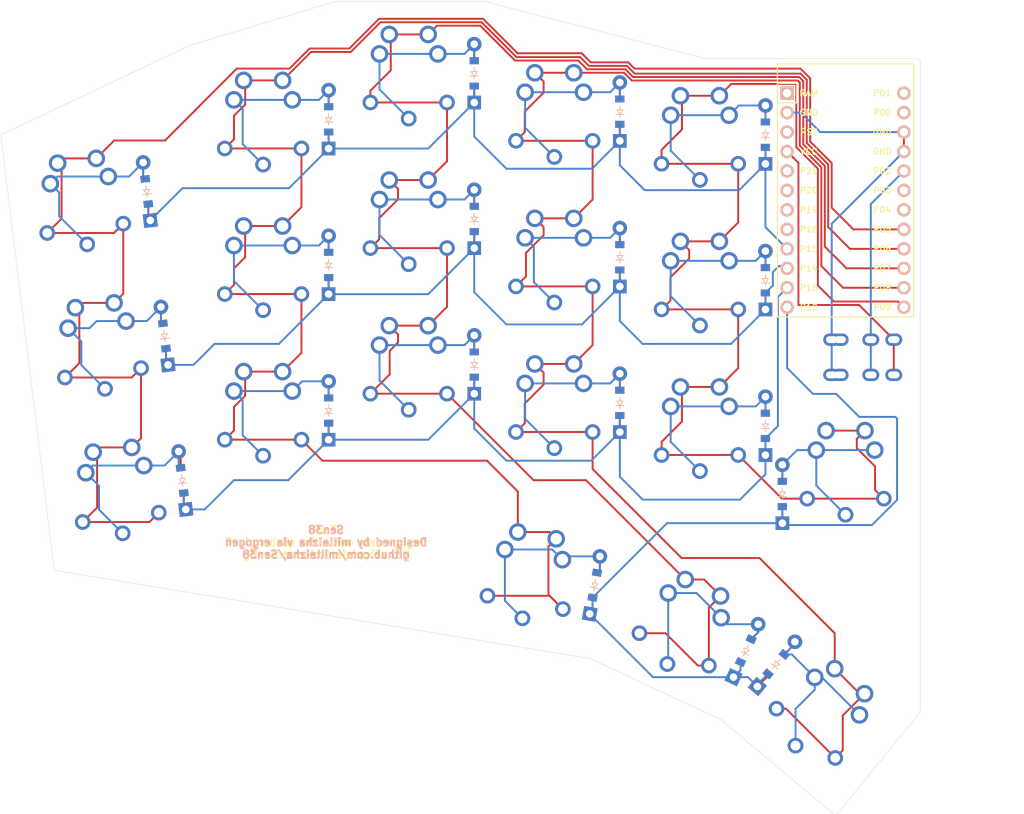
<source format=kicad_pcb>
(kicad_pcb (version 20211014) (generator pcbnew)
  (title_block (title "sen36") (rev "v1.0.0") (company "Unknown"))
  (layers (0 "F.Cu" signal) (31 "B.Cu" signal) (34 "B.Paste" user) (35 "F.Paste" user) (36 "B.SilkS" user "B.Silkscreen") (37 "F.SilkS" user "F.Silkscreen") (38 "B.Mask" user) (39 "F.Mask" user) (44 "Edge.Cuts" user))
  (net 0 "")
  (net 1 "pinky_bottom")
  (net 2 "P16")
  (net 3 "P5")
  (net 4 "pinky_home")
  (net 5 "P14")
  (net 6 "pinky_top")
  (net 7 "P15")
  (net 8 "ring_bottom")
  (net 9 "P6")
  (net 10 "ring_home")
  (net 11 "ring_top")
  (net 12 "middle_bottom")
  (net 13 "P7")
  (net 14 "middle_home")
  (net 15 "middle_top")
  (net 16 "index_bottom")
  (net 17 "P8")
  (net 18 "index_home")
  (net 19 "index_top")
  (net 20 "inner_bottom")
  (net 21 "P9")
  (net 22 "inner_home")
  (net 23 "inner_top")
  (net 24 "near_home")
  (net 25 "P10")
  (net 26 "home_home")
  (net 27 "far_home")
  (net 28 "bottom_home")
  (net 29 "RAW")
  (net 30 "GND")
  (net 31 "RST")
  (net 32 "VCC")
  (net 33 "P21")
  (net 34 "P20")
  (net 35 "P19")
  (net 36 "P18")
  (net 37 "P1")
  (net 38 "P0")
  (net 39 "P2")
  (net 40 "P3")
  (net 41 "P4")
  (footprint "MX" (layer "F.Cu") (at 167.74 141.92)
    (fp_text reference "S7" hide)
    (fp_text value "" hide)
  )
  (footprint "MX" (layer "F.Cu") (at 148.697016 152.084719 7)
    (fp_text reference "S1" hide)
    (fp_text value "" hide)
  )
  (footprint "PG1350" (layer "F.Cu") (at 222.985662 169.646466 155)
    (fp_text reference "S34" hide)
    (fp_text value "" hide)
  )
  (footprint "MX" (layer "F.Cu") (at 186.74 135.92)
    (fp_text reference "S13" hide)
    (fp_text value "" hide)
  )
  (footprint "ComboDiode" (layer "F.Cu") (at 195.29 135.92 90)
    (fp_text reference "D7" hide)
    (fp_text value "" hide)
  )
  (footprint "MX" (layer "F.Cu") (at 146.381498 133.226342 7)
    (fp_text reference "S3" hide)
    (fp_text value "" hide)
  )
  (footprint "MX" (layer "F.Cu") (at 205.74 140.92)
    (fp_text reference "S19" hide)
    (fp_text value "" hide)
  )
  (footprint "ComboDiode" (layer "F.Cu") (at 211.021453 164.704008 80)
    (fp_text reference "D16" hide)
    (fp_text value "" hide)
  )
  (footprint "MX" (layer "F.Cu") (at 222.985662 169.646466 -25)
    (fp_text reference "S33" hide)
    (fp_text value "" hide)
  )
  (footprint "MX" (layer "F.Cu") (at 186.74 97.92)
    (fp_text reference "S17" hide)
    (fp_text value "" hide)
  )
  (footprint "ComboDiode" (layer "F.Cu") (at 176.29 141.92 90)
    (fp_text reference "D4" hide)
    (fp_text value "" hide)
  )
  (footprint "ComboDiode" (layer "F.Cu") (at 214.29 102.92 90)
    (fp_text reference "D12" hide)
    (fp_text value "" hide)
  )
  (footprint "PG1350" (layer "F.Cu") (at 144.065981 114.367965 -173)
    (fp_text reference "S6" hide)
    (fp_text value "" hide)
  )
  (footprint "ComboDiode" (layer "F.Cu") (at 195.29 116.92 90)
    (fp_text reference "D8" hide)
    (fp_text value "" hide)
  )
  (footprint "MX" (layer "F.Cu") (at 205.74 102.92)
    (fp_text reference "S23" hide)
    (fp_text value "" hide)
  )
  (footprint "PG1350" (layer "F.Cu") (at 224.74 105.92 180)
    (fp_text reference "S30" hide)
    (fp_text value "" hide)
  )
  (footprint "PG1350" (layer "F.Cu") (at 205.74 140.92 180)
    (fp_text reference "S20" hide)
    (fp_text value "" hide)
  )
  (footprint "PG1350" (layer "F.Cu") (at 202.601347 163.219316 170)
    (fp_text reference "S32" hide)
    (fp_text value "" hide)
  )
  (footprint "ComboDiode" (layer "F.Cu") (at 234.6894 175.013973 50)
    (fp_text reference "D18" hide)
    (fp_text value "" hide)
  )
  (footprint "PG1350" (layer "F.Cu") (at 205.74 102.92 180)
    (fp_text reference "S24" hide)
    (fp_text value "" hide)
  )
  (footprint "ComboDiode" (layer "F.Cu") (at 233.29 124.92 90)
    (fp_text reference "D14" hide)
    (fp_text value "" hide)
  )
  (footprint "PG1350" (layer "F.Cu") (at 167.739999 103.92 180)
    (fp_text reference "S12" hide)
    (fp_text value "" hide)
  )
  (footprint "PG1350" (layer "F.Cu") (at 241.01193 181.130465 140)
    (fp_text reference "S36" hide)
    (fp_text value "" hide)
  )
  (footprint "PG1350" (layer "F.Cu") (at 148.697016 152.084719 -173)
    (fp_text reference "S2" hide)
    (fp_text value "" hide)
  )
  (footprint "ComboDiode" (layer "F.Cu") (at 233.29 105.92 90)
    (fp_text reference "D15" hide)
    (fp_text value "" hide)
  )
  (footprint "MX" (layer "F.Cu") (at 224.74 143.92)
    (fp_text reference "S25" hide)
    (fp_text value "" hide)
  )
  (footprint "PG1350" (layer "F.Cu") (at 167.74 122.92 180)
    (fp_text reference "S10" hide)
    (fp_text value "" hide)
  )
  (footprint "PG1350" (layer "F.Cu") (at 224.74 143.92 180)
    (fp_text reference "S26" hide)
    (fp_text value "" hide)
  )
  (footprint "MX" (layer "F.Cu") (at 186.74 116.92)
    (fp_text reference "S15" hide)
    (fp_text value "" hide)
  )
  (footprint "ComboDiode" (layer "F.Cu") (at 176.289999 103.92 90)
    (fp_text reference "D6" hide)
    (fp_text value "" hide)
  )
  (footprint "ComboDiode" (layer "F.Cu") (at 230.734594 173.259852 65)
    (fp_text reference "D17" hide)
    (fp_text value "" hide)
  )
  (footprint "ComboDiode" (layer "F.Cu") (at 195.29 97.92 90)
    (fp_text reference "D9" hide)
    (fp_text value "" hide)
  )
  (footprint "MX" (layer "F.Cu") (at 224.74 124.92)
    (fp_text reference "S27" hide)
    (fp_text value "" hide)
  )
  (footprint "MX" (layer "F.Cu") (at 144.065981 114.367965 7)
    (fp_text reference "S5" hide)
    (fp_text value "" hide)
  )
  (footprint "ComboDiode" (layer "F.Cu") (at 235.5 152.81 90)
    (fp_text reference "D19" hide)
    (fp_text value "" hide)
  )
  (footprint "MX" (layer "F.Cu") (at 167.74 122.92)
    (fp_text reference "S9" hide)
    (fp_text value "" hide)
  )
  (footprint "PG1350" (layer "F.Cu") (at 224.74 124.92 180)
    (fp_text reference "S28" hide)
    (fp_text value "" hide)
  )
  (footprint "ComboDiode" (layer "F.Cu") (at 157.183286 151.042736 97)
    (fp_text reference "D1" hide)
    (fp_text value "" hide)
  )
  (footprint "ComboDiode" (layer "F.Cu") (at 214.29 121.92 90)
    (fp_text reference "D11" hide)
    (fp_text value "" hide)
  )
  (footprint "TRRS-PJ-320A-dual" (layer "F.Cu") (at 253.24 137.27 -90)
    (fp_text reference "REF**")
    (fp_text value "TRRS-PJ-320A-dual")
  )
  (footprint "ComboDiode" (layer "F.Cu") (at 214.29 140.92 90)
    (fp_text reference "D10" hide)
    (fp_text value "" hide)
  )
  (footprint "ComboDiode" (layer "F.Cu") (at 233.29 143.92 90)
    (fp_text reference "D13" hide)
    (fp_text value "" hide)
  )
  (footprint "ComboDiode" (layer "F.Cu") (at 152.552251 113.325982 97)
    (fp_text reference "D3" hide)
    (fp_text value "" hide)
  )
  (footprint "PG1350" (layer "F.Cu") (at 186.74 97.92 180)
    (fp_text reference "S18" hide)
    (fp_text value "" hide)
  )
  (footprint "PG1350" (layer "F.Cu") (at 186.74 135.92 180)
    (fp_text reference "S14" hide)
    (fp_text value "" hide)
  )
  (footprint "PG1350" (layer "F.Cu") (at 167.74 141.92 180)
    (fp_text reference "S8" hide)
    (fp_text value "" hide)
  )
  (footprint "PG1350" (layer "F.Cu") (at 186.74 116.92 180)
    (fp_text reference "S16" hide)
    (fp_text value "" hide)
  )
  (footprint "PG1350" (layer "F.Cu") (at 146.381498 133.226342 -173)
    (fp_text reference "S4" hide)
    (fp_text value "" hide)
  )
  (footprint "MX" (layer "F.Cu") (at 205.74 121.92)
    (fp_text reference "S21" hide)
    (fp_text value "" hide)
  )
  (footprint "ComboDiode" (layer "F.Cu") (at 154.867768 132.184359 97)
    (fp_text reference "D2" hide)
    (fp_text value "" hide)
  )
  (footprint "MX" (layer "F.Cu") (at 241.01193 181.130465 -40)
    (fp_text reference "S35" hide)
    (fp_text value "" hide)
  )
  (footprint "ProMicro" (layer "F.Cu") (at 243.74 114.47 -90)
    (fp_text reference "MCU1" hide)
    (fp_text value "" hide)
  )
  (footprint "MX" (layer "F.Cu") (at 202.601347 163.219316 -10)
    (fp_text reference "S31" hide)
    (fp_text value "" hide)
  )
  (footprint "MX" (layer "F.Cu") (at 167.739999 103.92)
    (fp_text reference "S11" hide)
    (fp_text value "" hide)
  )
  (footprint "PG1350" (layer "F.Cu") (at 243.74 149.62 180)
    (fp_text reference "S38" hide)
    (fp_text value "" hide)
  )
  (footprint "ComboDiode" (layer "F.Cu") (at 176.29 122.92 90)
    (fp_text reference "D5" hide)
    (fp_text value "" hide)
  )
  (footprint "MX" (layer "F.Cu") (at 224.74 105.92)
    (fp_text reference "S29" hide)
    (fp_text value "" hide)
  )
  (footprint "MX" (layer "F.Cu") (at 243.74 149.62)
    (fp_text reference "S37" hide)
    (fp_text value "" hide)
  )
  (footprint "PG1350" (layer "F.Cu") (at 205.74 121.92 180)
    (fp_text reference "S22" hide)
    (fp_text value "" hide)
  )
  (gr_arc (start 253.5 180.75) (mid 253.462012 181.141537) (end 253.3 181.5) (layer "Edge.Cuts") (width 0.05))
  (gr_arc (start 253.15 96) (mid 253.385547 96.079362) (end 253.5 96.3) (layer "Edge.Cuts") (width 0.05))
  (gr_line (start 210.45 174.3) (end 227.5 182.25) (layer "Edge.Cuts") (width 0.05))
  (gr_arc (start 140.7 162.8) (mid 140.532488 162.685426) (end 140.45 162.5) (layer "Edge.Cuts") (width 0.05))
  (gr_line (start 227.5 182.25) (end 242.05 194.45) (layer "Edge.Cuts") (width 0.05))
  (gr_line (start 253.5 96.3) (end 253.5 180.75) (layer "Edge.Cuts") (width 0.05))
  (gr_line (start 177.25 88.5) (end 158.25 94.25) (layer "Edge.Cuts") (width 0.05))
  (gr_line (start 196.5 88.5) (end 177.25 88.5) (layer "Edge.Cuts") (width 0.05))
  (gr_line (start 158.25 94.25) (end 133.7 105.85) (layer "Edge.Cuts") (width 0.05))
  (gr_line (start 242.75 194.45) (end 253.3 181.5) (layer "Edge.Cuts") (width 0.05))
  (gr_line (start 133.55 106.25) (end 140.45 162.5) (layer "Edge.Cuts") (width 0.05))
  (gr_line (start 140.7 162.8) (end 210.45 174.3) (layer "Edge.Cuts") (width 0.05))
  (gr_arc (start 242.75 194.45) (mid 242.4 194.583671) (end 242.05 194.45) (layer "Edge.Cuts") (width 0.05))
  (gr_arc (start 133.55 106.25) (mid 133.580439 106.03329) (end 133.7 105.85) (layer "Edge.Cuts") (width 0.05))
  (gr_line (start 196.5 88.5) (end 225.5 96) (layer "Edge.Cuts") (width 0.05))
  (gr_line (start 253.15 96) (end 225.5 96) (layer "Edge.Cuts") (width 0.05))
  (gr_text "Sen38\nDesigned by millaizha via ergogen\ngithub.com/millaizha/Sen38" (at 175.95 159.1) (layer "B.SilkS") (effects (font (size 1 1) (thickness 0.25)) (justify mirror)))
  (gr_text "Sen38\nDesigned by millaizha via ergogen\ngithub.com/millaizha/Sen38" (at 175.95 159.1) (layer "F.SilkS") (effects (font (size 1 1) (thickness 0.25))))
  (segment (start 156.982202 149.405035) (end 156.982202 147.524373) (width 0.25) (layer "F.Cu") (net 1))
  (segment (start 156.982202 147.524373) (end 156.718964 147.261135) (width 0.25) (layer "F.Cu") (net 1))
  (segment (start 144.605867 150.027974) (end 146.328595 151.750702) (width 0.25) (layer "B.Cu") (net 1))
  (segment (start 154.880769 149.09933) (end 152.169069 149.09933) (width 0.25) (layer "B.Cu") (net 1))
  (segment (start 156.718964 147.261135) (end 156.718964 149.141797) (width 0.25) (layer "B.Cu") (net 1))
  (segment (start 146.328595 151.750702) (end 146.328595 154.853291) (width 0.25) (layer "B.Cu") (net 1))
  (segment (start 145.534511 149.09933) (end 144.605867 150.027974) (width 0.25) (layer "B.Cu") (net 1))
  (segment (start 156.718964 149.141797) (end 156.982202 149.405035) (width 0.25) (layer "B.Cu") (net 1))
  (segment (start 152.169069 149.09933) (end 145.534511 149.09933) (width 0.25) (layer "B.Cu") (net 1))
  (segment (start 156.718964 147.261135) (end 154.880769 149.09933) (width 0.25) (layer "B.Cu") (net 1))
  (segment (start 146.328595 154.853291) (end 149.416045 157.940741) (width 0.25) (layer "B.Cu") (net 1))
  (segment (start 176.29 143.57) (end 176.29 145.73) (width 0.25) (layer "F.Cu") (net 2))
  (segment (start 214.29 142.57) (end 214.29 144.73) (width 0.25) (layer "F.Cu") (net 2))
  (segment (start 157.38437 152.680437) (end 157.38437 154.561099) (width 0.25) (layer "F.Cu") (net 2))
  (segment (start 195.29 137.57) (end 195.29 139.73) (width 0.25) (layer "F.Cu") (net 2))
  (segment (start 157.38437 154.561099) (end 157.647608 154.824337) (width 0.25) (layer "F.Cu") (net 2))
  (segment (start 233.29 145.57) (end 233.29 147.73) (width 0.25) (layer "F.Cu") (net 2))
  (segment (start 199.497016 148.464719) (end 210.555281 148.464719) (width 0.25) (layer "B.Cu") (net 2))
  (segment (start 214.29 142.57) (end 214.29 144.73) (width 0.25) (layer "B.Cu") (net 2))
  (segment (start 176.29 145.73) (end 189.29 145.73) (width 0.25) (layer "B.Cu") (net 2))
  (segment (start 160.117398 154.824337) (end 163.937016 151.004719) (width 0.25) (layer "B.Cu") (net 2))
  (segment (start 171.015281 151.004719) (end 176.29 145.73) (width 0.25) (layer "B.Cu") (net 2))
  (segment (start 217.277016 153.544719) (end 229.977016 153.544719) (width 0.25) (layer "B.Cu") (net 2))
  (segment (start 195.29 144.257703) (end 199.497016 148.464719) (width 0.25) (layer "B.Cu") (net 2))
  (segment (start 176.29 143.57) (end 176.29 145.73) (width 0.25) (layer "B.Cu") (net 2))
  (segment (start 233.29 145.57) (end 233.29 147.73) (width 0.25) (layer "B.Cu") (net 2))
  (segment (start 210.555281 148.464719) (end 214.29 144.73) (width 0.25) (layer "B.Cu") (net 2))
  (segment (start 157.38437 152.680437) (end 157.38437 154.561099) (width 0.25) (layer "B.Cu") (net 2))
  (segment (start 229.977016 153.544719) (end 233.29 150.231735) (width 0.25) (layer "B.Cu") (net 2))
  (segment (start 234.919189 143.940811) (end 234.919189 127.100811) (width 0.25) (layer "B.Cu") (net 2))
  (segment (start 195.29 139.73) (end 195.29 144.257703) (width 0.25) (layer "B.Cu") (net 2))
  (segment (start 195.29 137.57) (end 195.29 139.73) (width 0.25) (layer "B.Cu") (net 2))
  (segment (start 214.29 150.557703) (end 217.277016 153.544719) (width 0.25) (layer "B.Cu") (net 2))
  (segment (start 234.919189 127.100811) (end 236.12 125.9) (width 0.25) (layer "B.Cu") (net 2))
  (segment (start 157.647608 154.824337) (end 160.117398 154.824337) (width 0.25) (layer "B.Cu") (net 2))
  (segment (start 189.29 145.73) (end 195.29 139.73) (width 0.25) (layer "B.Cu") (net 2))
  (segment (start 233.29 150.231735) (end 233.29 147.73) (width 0.25) (layer "B.Cu") (net 2))
  (segment (start 233.29 145.57) (end 234.919189 143.940811) (width 0.25) (layer "B.Cu") (net 2))
  (segment (start 163.937016 151.004719) (end 171.015281 151.004719) (width 0.25) (layer "B.Cu") (net 2))
  (segment (start 157.38437 154.561099) (end 157.647608 154.824337) (width 0.25) (layer "B.Cu") (net 2))
  (segment (start 214.29 144.73) (end 214.29 150.557703) (width 0.25) (layer "B.Cu") (net 2))
  (segment (start 241.935095 109.619927) (end 239.131774 106.816606) (width 0.25) (layer "F.Cu") (net 3))
  (segment (start 144.197389 156.465741) (end 152.904157 156.465741) (width 0.25) (layer "F.Cu") (net 3))
  (segment (start 152.904157 156.465741) (end 154.12285 155.247048) (width 0.25) (layer "F.Cu") (net 3))
  (segment (start 143.860432 127.874659) (end 143.241335 128.493756) (width 0.25) (layer "F.Cu") (net 3))
  (segment (start 173.809083 94.675199) (end 171.188289 97.295993) (width 0.25) (layer "F.Cu") (net 3))
  (segment (start 143.75786 135.731375) (end 141.881871 137.607364) (width 0.25) (layer "F.Cu") (net 3))
  (segment (start 149.491815 126.666313) (end 148.283469 127.874659) (width 0.25) (layer "F.Cu") (net 3))
  (segment (start 237.868108 97.303617) (end 216.210769 97.303617) (width 0.25) (layer "F.Cu") (net 3))
  (segment (start 251.36 118.28) (end 244.770377 118.28) (width 0.25) (layer "F.Cu") (net 3))
  (segment (start 239.131774 106.816606) (end 239.131774 98.567283) (width 0.25) (layer "F.Cu") (net 3))
  (segment (start 239.131774 98.567283) (end 237.868108 97.303617) (width 0.25) (layer "F.Cu") (net 3))
  (segment (start 148.273122 118.748987) (end 149.491815 117.530294) (width 0.25) (layer "F.Cu") (net 3))
  (segment (start 216.210769 97.303617) (end 215.391581 96.484429) (width 0.25) (layer "F.Cu") (net 3))
  (segment (start 151.807332 136.388671) (end 151.807332 145.524691) (width 0.25) (layer "F.Cu") (net 3))
  (segment (start 150.598987 146.733036) (end 146.17595 146.733036) (width 0.25) (layer "F.Cu") (net 3))
  (segment (start 158.857016 102.762984) (end 154.94 106.68) (width 0.25) (layer "F.Cu") (net 3))
  (segment (start 141.544915 109.016282) (end 140.925818 109.635379) (width 0.25) (layer "F.Cu") (net 3))
  (segment (start 145.556853 147.352133) (end 146.073378 147.868658) (width 0.25) (layer "F.Cu") (net 3))
  (segment (start 146.17595 146.733036) (end 145.556853 147.352133) (width 0.25) (layer "F.Cu") (net 3))
  (segment (start 148.304234 106.68) (end 145.967952 109.016282) (width 0.25) (layer "F.Cu") (net 3))
  (segment (start 241.935096 115.444719) (end 241.935095 109.619927) (width 0.25) (layer "F.Cu") (net 3))
  (segment (start 143.241335 128.493756) (end 143.75786 129.010281) (width 0.25) (layer "F.Cu") (net 3))
  (segment (start 150.588639 137.607364) (end 151.807332 136.388671) (width 0.25) (layer "F.Cu") (net 3))
  (segment (start 146.073378 147.868658) (end 146.073378 154.589752) (width 0.25) (layer "F.Cu") (net 3))
  (segment (start 141.881871 137.607364) (end 150.588639 137.607364) (width 0.25) (layer "F.Cu") (net 3))
  (segment (start 143.75786 129.010281) (end 143.75786 135.731375) (width 0.25) (layer "F.Cu") (net 3))
  (segment (start 171.188289 97.295993) (end 164.305742 97.295993) (width 0.25) (layer "F.Cu") (net 3))
  (segment (start 141.442343 116.872998) (end 139.566354 118.748987) (width 0.25) (layer "F.Cu") (net 3))
  (segment (start 145.967952 109.016282) (end 141.544915 109.016282) (width 0.25) (layer "F.Cu") (net 3))
  (segment (start 140.925818 109.635379) (end 141.442343 110.151904) (width 0.25) (layer "F.Cu") (net 3))
  (segment (start 178.990818 94.675199) (end 173.809083 94.675199) (width 0.25) (layer "F.Cu") (net 3))
  (segment (start 146.073378 154.589752) (end 144.197389 156.465741) (width 0.25) (layer "F.Cu") (net 3))
  (segment (start 209.312043 95.296472) (end 200.940204 95.296472) (width 0.25) (layer "F.Cu") (net 3))
  (segment (start 149.491815 117.530294) (end 149.491815 126.666313) (width 0.25) (layer "F.Cu") (net 3))
  (segment (start 200.940204 95.296472) (end 196.441693 90.797961) (width 0.25) (layer "F.Cu") (net 3))
  (segment (start 139.566354 118.748987) (end 148.273122 118.748987) (width 0.25) (layer "F.Cu") (net 3))
  (segment (start 182.868058 90.79796) (end 178.990818 94.675199) (width 0.25) (layer "F.Cu") (net 3))
  (segment (start 151.807332 145.524691) (end 150.598987 146.733036) (width 0.25) (layer "F.Cu") (net 3))
  (segment (start 148.283469 127.874659) (end 143.860432 127.874659) (width 0.25) (layer "F.Cu") (net 3))
  (segment (start 164.305742 97.295993) (end 158.857016 102.744719) (width 0.25) (layer "F.Cu") (net 3))
  (segment (start 141.442343 110.151904) (end 141.442343 116.872998) (width 0.25) (layer "F.Cu") (net 3))
  (segment (start 244.770377 118.28) (end 241.935096 115.444719) (width 0.25) (layer "F.Cu") (net 3))
  (segment (start 215.391581 96.484429) (end 210.5 96.484429) (width 0.25) (layer "F.Cu") (net 3))
  (segment (start 158.857016 102.744719) (end 158.857016 102.762984) (width 0.25) (layer "F.Cu") (net 3))
  (segment (start 154.94 106.68) (end 148.304234 106.68) (width 0.25) (layer "F.Cu") (net 3))
  (segment (start 210.5 96.484429) (end 209.312043 95.296472) (width 0.25) (layer "F.Cu") (net 3))
  (segment (start 196.441693 90.797961) (end 182.868058 90.79796) (width 0.25) (layer "F.Cu") (net 3))
  (segment (start 154.403446 128.402758) (end 154.403446 130.28342) (width 0.25) (layer "F.Cu") (net 4))
  (segment (start 154.403446 130.28342) (end 154.666684 130.546658) (width 0.25) (layer "F.Cu") (net 4))
  (segment (start 146.017433 130.240953) (end 145.088789 131.169597) (width 0.25) (layer "B.Cu") (net 4))
  (segment (start 144.013077 132.892325) (end 144.013077 135.994914) (width 0.25) (layer "B.Cu") (net 4))
  (segment (start 145.088789 131.169597) (end 142.290349 131.169597) (width 0.25) (layer "B.Cu") (net 4))
  (segment (start 142.290349 131.169597) (end 144.013077 132.892325) (width 0.25) (layer "B.Cu") (net 4))
  (segment (start 154.403446 128.402758) (end 152.565251 130.240953) (width 0.25) (layer "B.Cu") (net 4))
  (segment (start 152.565251 130.240953) (end 149.853551 130.240953) (width 0.25) (layer "B.Cu") (net 4))
  (segment (start 154.403446 128.402758) (end 154.403446 130.28342) (width 0.25) (layer "B.Cu") (net 4))
  (segment (start 144.013077 135.994914) (end 147.100527 139.082364) (width 0.25) (layer "B.Cu") (net 4))
  (segment (start 154.403446 130.28342) (end 154.666684 130.546658) (width 0.25) (layer "B.Cu") (net 4))
  (segment (start 149.853551 130.240953) (end 146.017433 130.240953) (width 0.25) (layer "B.Cu") (net 4))
  (segment (start 214.29 123.57) (end 214.29 125.73) (width 0.25) (layer "F.Cu") (net 5))
  (segment (start 233.29 126.57) (end 233.29 128.73) (width 0.25) (layer "F.Cu") (net 5))
  (segment (start 155.068852 133.82206) (end 155.068852 135.702722) (width 0.25) (layer "F.Cu") (net 5))
  (segment (start 195.29 118.57) (end 195.29 120.73) (width 0.25) (layer "F.Cu") (net 5))
  (segment (start 155.068852 135.702722) (end 155.33209 135.96596) (width 0.25) (layer "F.Cu") (net 5))
  (segment (start 176.29 124.57) (end 176.29 126.73) (width 0.25) (layer "F.Cu") (net 5))
  (segment (start 161.397016 133.224719) (end 169.795281 133.224719) (width 0.25) (layer "B.Cu") (net 5))
  (segment (start 228.795281 133.224719) (end 233.29 128.73) (width 0.25) (layer "B.Cu") (net 5))
  (segment (start 199.497016 130.684719) (end 209.335281 130.684719) (width 0.25) (layer "B.Cu") (net 5))
  (segment (start 158.655775 135.96596) (end 161.397016 133.224719) (width 0.25) (layer "B.Cu") (net 5))
  (segment (start 233.29 126.57) (end 234.255281 125.604719) (width 0.25) (layer "B.Cu") (net 5))
  (segment (start 214.29 123.57) (end 214.29 125.73) (width 0.25) (layer "B.Cu") (net 5))
  (segment (start 195.29 118.57) (end 195.29 120.73) (width 0.25) (layer "B.Cu") (net 5))
  (segment (start 233.29 126.57) (end 233.29 128.73) (width 0.25) (layer "B.Cu") (net 5))
  (segment (start 214.29 125.73) (end 214.29 130.237703) (width 0.25) (layer "B.Cu") (net 5))
  (segment (start 195.29 120.73) (end 195.29 126.477703) (width 0.25) (layer "B.Cu") (net 5))
  (segment (start 195.29 126.477703) (end 199.497016 130.684719) (width 0.25) (layer "B.Cu") (net 5))
  (segment (start 217.277016 133.224719) (end 228.795281 133.224719) (width 0.25) (layer "B.Cu") (net 5))
  (segment (start 235.824719 123.064719) (end 236.12 123.36) (width 0.25) (layer "B.Cu") (net 5))
  (segment (start 176.29 124.57) (end 176.29 126.73) (width 0.25) (layer "B.Cu") (net 5))
  (segment (start 214.29 130.237703) (end 217.277016 133.224719) (width 0.25) (layer "B.Cu") (net 5))
  (segment (start 155.068852 135.702722) (end 155.33209 135.96596) (width 0.25) (layer "B.Cu") (net 5))
  (segment (start 169.795281 133.224719) (end 176.29 126.73) (width 0.25) (layer "B.Cu") (net 5))
  (segment (start 234.255281 123.866454) (end 235.057016 123.064719) (width 0.25) (layer "B.Cu") (net 5))
  (segment (start 189.29 126.73) (end 195.29 120.73) (width 0.25) (layer "B.Cu") (net 5))
  (segment (start 235.057016 123.064719) (end 235.824719 123.064719) (width 0.25) (layer "B.Cu") (net 5))
  (segment (start 209.335281 130.684719) (end 214.29 125.73) (width 0.25) (layer "B.Cu") (net 5))
  (segment (start 155.33209 135.96596) (end 158.655775 135.96596) (width 0.25) (layer "B.Cu") (net 5))
  (segment (start 234.255281 125.604719) (end 234.255281 123.866454) (width 0.25) (layer "B.Cu") (net 5))
  (segment (start 155.068852 133.82206) (end 155.068852 135.702722) (width 0.25) (layer "B.Cu") (net 5))
  (segment (start 176.29 126.73) (end 189.29 126.73) (width 0.25) (layer "B.Cu") (net 5))
  (segment (start 152.087929 109.544381) (end 152.087929 111.425043) (width 0.25) (layer "F.Cu") (net 6))
  (segment (start 152.087929 111.425043) (end 152.351167 111.688281) (width 0.25) (layer "F.Cu") (net 6))
  (segment (start 139.974832 112.31122) (end 141.117832 113.45422) (width 0.25) (layer "B.Cu") (net 6))
  (segment (start 147.538034 111.382576) (end 140.903476 111.382576) (width 0.25) (layer "B.Cu") (net 6))
  (segment (start 152.087929 111.425043) (end 152.351167 111.688281) (width 0.25) (layer "B.Cu") (net 6))
  (segment (start 141.117832 113.45422) (end 141.117832 116.556809) (width 0.25) (layer "B.Cu") (net 6))
  (segment (start 152.087929 109.544381) (end 150.249734 111.382576) (width 0.25) (layer "B.Cu") (net 6))
  (segment (start 150.249734 111.382576) (end 147.538034 111.382576) (width 0.25) (layer "B.Cu") (net 6))
  (segment (start 152.087929 109.544381) (end 152.087929 111.425043) (width 0.25) (layer "B.Cu") (net 6))
  (segment (start 141.117832 116.556809) (end 144.78501 120.223987) (width 0.25) (layer "B.Cu") (net 6))
  (segment (start 140.903476 111.382576) (end 139.974832 112.31122) (width 0.25) (layer "B.Cu") (net 6))
  (segment (start 152.753335 114.963683) (end 152.753335 116.844345) (width 0.25) (layer "F.Cu") (net 7))
  (segment (start 176.289999 105.57) (end 176.289999 107.73) (width 0.25) (layer "F.Cu") (net 7))
  (segment (start 233.29 107.57) (end 233.29 109.73) (width 0.25) (layer "F.Cu") (net 7))
  (segment (start 214.29 104.57) (end 214.29 106.73) (width 0.25) (layer "F.Cu") (net 7))
  (segment (start 152.753335 116.844345) (end 153.016573 117.107583) (width 0.25) (layer "F.Cu") (net 7))
  (segment (start 195.29 99.57) (end 195.29 101.73) (width 0.25) (layer "F.Cu") (net 7))
  (segment (start 199.497016 110.364719) (end 210.655281 110.364719) (width 0.25) (layer "B.Cu") (net 7))
  (segment (start 214.29 106.73) (end 214.29 109.917703) (width 0.25) (layer "B.Cu") (net 7))
  (segment (start 171.11528 112.904719) (end 176.289999 107.73) (width 0.25) (layer "B.Cu") (net 7))
  (segment (start 217.532808 113.160511) (end 229.859489 113.160511) (width 0.25) (layer "B.Cu") (net 7))
  (segment (start 189.29 107.73) (end 195.29 101.73) (width 0.25) (layer "B.Cu") (net 7))
  (segment (start 214.29 104.57) (end 214.29 106.73) (width 0.25) (layer "B.Cu") (net 7))
  (segment (start 153.016573 117.107583) (end 157.219437 112.904719) (width 0.25) (layer "B.Cu") (net 7))
  (segment (start 195.29 101.73) (end 195.29 106.157703) (width 0.25) (layer "B.Cu") (net 7))
  (segment (start 152.753335 114.963683) (end 152.753335 116.844345) (width 0.25) (layer "B.Cu") (net 7))
  (segment (start 195.29 106.157703) (end 199.497016 110.364719) (width 0.25) (layer "B.Cu") (net 7))
  (segment (start 229.859489 113.160511) (end 233.29 109.73) (width 0.25) (layer "B.Cu") (net 7))
  (segment (start 233.29 107.57) (end 233.29 109.73) (width 0.25) (layer "B.Cu") (net 7))
  (segment (start 176.289999 105.57) (end 176.289999 107.73) (width 0.25) (layer "B.Cu") (net 7))
  (segment (start 152.753335 116.844345) (end 153.016573 117.107583) (width 0.25) (layer "B.Cu") (net 7))
  (segment (start 176.289999 107.73) (end 189.29 107.73) (width 0.25) (layer "B.Cu") (net 7))
  (segment (start 233.29 109.73) (end 233.29 117.99) (width 0.25) (layer "B.Cu") (net 7))
  (segment (start 157.219437 112.904719) (end 171.11528 112.904719) (width 0.25) (layer "B.Cu") (net 7))
  (segment (start 214.29 109.917703) (end 217.532808 113.160511) (width 0.25) (layer "B.Cu") (net 7))
  (segment (start 195.29 99.57) (end 195.29 101.73) (width 0.25) (layer "B.Cu") (net 7))
  (segment (start 210.655281 110.364719) (end 214.29 106.73) (width 0.25) (layer "B.Cu") (net 7))
  (segment (start 233.29 117.99) (end 236.12 120.82) (width 0.25) (layer "B.Cu") (net 7))
  (segment (start 176.29 138.11) (end 176.29 140.27) (width 0.25) (layer "F.Cu") (net 8))
  (segment (start 165.073 140.523) (end 165.073 145.153) (width 0.25) (layer "B.Cu") (net 8))
  (segment (start 176.29 138.11) (end 176.29 140.27) (width 0.25) (layer "B.Cu") (net 8))
  (segment (start 163.93 139.38) (end 165.073 140.523) (width 0.25) (layer "B.Cu") (net 8))
  (segment (start 165.073 145.153) (end 167.74 147.82) (width 0.25) (layer "B.Cu") (net 8))
  (segment (start 176.29 138.11) (end 172.82 138.11) (width 0.25) (layer "B.Cu") (net 8))
  (segment (start 171.55 139.38) (end 163.93 139.38) (width 0.25) (layer "B.Cu") (net 8))
  (segment (start 172.82 138.11) (end 171.55 139.38) (width 0.25) (layer "B.Cu") (net 8))
  (segment (start 165.2 117.84) (end 165.397511 118.037511) (width 0.25) (layer "F.Cu") (net 9))
  (segment (start 170.28 117.84) (end 165.2 117.84) (width 0.25) (layer "F.Cu") (net 9))
  (segment (start 163.937016 141.448359) (end 163.937016 144.522984) (width 0.25) (layer "F.Cu") (net 9))
  (segment (start 163.937016 106.522983) (end 162.739999 107.72) (width 0.25) (layer "F.Cu") (net 9))
  (segment (start 165.2 136.84) (end 165.397511 137.037511) (width 0.25) (layer "F.Cu") (net 9))
  (segment (start 196.957016 148.464719) (end 200.982068 152.489771) (width 0.25) (layer "F.Cu") (net 9))
  (segment (start 206.865523 167.829826) (end 205.129042 166.093345) (width 0.25) (layer "F.Cu") (net 9))
  (segment (start 165.397511 139.987864) (end 163.937016 141.448359) (width 0.25) (layer "F.Cu") (net 9))
  (segment (start 162.74 145.72) (end 172.74 145.72) (width 0.25) (layer "F.Cu") (net 9))
  (segment (start 238.682254 98.75348) (end 238.682254 107.002803) (width 0.25) (layer "F.Cu") (net 9))
  (segment (start 172.74 134.38) (end 170.28 136.84) (width 0.25) (layer "F.Cu") (net 9))
  (segment (start 204.969768 159.672682) (end 204.969768 165.934071) (width 0.25) (layer "F.Cu") (net 9))
  (segment (start 238.682254 107.002803) (end 241.485576 109.806128) (width 0.25) (layer "F.Cu") (net 9))
  (segment (start 216.222064 97.950629) (end 237.879403 97.950629) (width 0.25) (layer "F.Cu") (net 9))
  (segment (start 205.129042 166.093345) (end 197.017445 166.093345) (width 0.25) (layer "F.Cu") (net 9))
  (segment (start 241.485576 117.984719) (end 244.320857 120.82) (width 0.25) (layer "F.Cu") (net 9))
  (segment (start 162.739999 107.72) (end 172.739999 107.72) (width 0.25) (layer "F.Cu") (net 9))
  (segment (start 200.982068 152.489771) (end 200.982068 157.775426) (width 0.25) (layer "F.Cu") (net 9))
  (segment (start 173.99528 95.124719) (end 179.177016 95.124719) (width 0.25) (layer "F.Cu") (net 9))
  (segment (start 165.39751 99.139247) (end 165.39751 101.987864) (width 0.25) (layer "F.Cu") (net 9))
  (segment (start 172.739999 107.72) (end 172.739999 115.380001) (width 0.25) (layer "F.Cu") (net 9))
  (segment (start 209.114011 95.79796) (end 210.25 96.933949) (width 0.25) (layer "F.Cu") (net 9))
  (segment (start 162.74 126.72) (end 172.74 126.72) (width 0.25) (layer "F.Cu") (net 9))
  (segment (start 210.25 96.933949) (end 215.205383 96.933949) (width 0.25) (layer "F.Cu") (net 9))
  (segment (start 165.397511 118.037511) (end 165.397511 121.913035) (width 0.25) (layer "F.Cu") (net 9))
  (segment (start 163.937016 125.522984) (end 162.74 126.72) (width 0.25) (layer "F.Cu") (net 9))
  (segment (start 204.969768 165.934071) (end 206.865523 167.829826) (width 0.25) (layer "F.Cu") (net 9))
  (segment (start 163.937016 123.37353) (end 163.937016 125.522984) (width 0.25) (layer "F.Cu") (net 9))
  (segment (start 175.484719 148.464719) (end 196.957016 148.464719) (width 0.25) (layer "F.Cu") (net 9))
  (segment (start 172.739999 115.380001) (end 170.28 117.84) (width 0.25) (layer "F.Cu") (net 9))
  (segment (start 163.937016 144.522984) (end 162.74 145.72) (width 0.25) (layer "F.Cu") (net 9))
  (segment (start 170.28 136.84) (end 165.2 136.84) (width 0.25) (layer "F.Cu") (net 9))
  (segment (start 200.982068 157.775426) (end 205.102758 157.775426) (width 0.25) (layer "F.Cu") (net 9))
  (segment (start 172.74 126.72) (end 172.74 134.38) (width 0.25) (layer "F.Cu") (net 9))
  (segment (start 170.279999 98.84) (end 173.99528 95.124719) (width 0.25) (layer "F.Cu") (net 9))
  (segment (start 165.199999 98.84) (end 165.199999 98.941736) (width 0.25) (layer "F.Cu") (net 9))
  (segment (start 172.74 145.72) (end 175.484719 148.464719) (width 0.25) (layer "F.Cu") (net 9))
  (segment (start 205.984891 158.657559) (end 204.969768 159.672682) (width 0.25) (layer "F.Cu") (net 9))
  (segment (start 244.320857 120.82) (end 251.36 120.82) (width 0.25) (layer "F.Cu") (net 9))
  (segment (start 205.102758 157.775426) (end 205.984891 158.657559) (width 0.25) (layer "F.Cu") (net 9))
  (segment (start 170.279999 98.84) (end 165.199999 98.84) (width 0.25) (layer "F.Cu") (net 9))
  (segment (start 165.397511 137.037511) (end 165.397511 139.987864) (width 0.25) (layer "F.Cu") (net 9))
  (segment (start 237.879403 97.950629) (end 238.682254 98.75348) (width 0.25) (layer "F.Cu") (net 9))
  (segment (start 241.485576 109.806128) (end 241.485576 117.984719) (width 0.25) (layer "F.Cu") (net 9))
  (segment (start 200.805974 95.79796) (end 209.114011 95.79796) (width 0.25) (layer "F.Cu") (net 9))
  (segment (start 196.518817 91.510803) (end 200.805974 95.79796) (width 0.25) (layer "F.Cu") (net 9))
  (segment (start 165.397511 121.913035) (end 163.937016 123.37353) (width 0.25) (layer "F.Cu") (net 9))
  (segment (start 183.054255 91.24748) (end 196.255495 91.24748) (width 0.25) (layer "F.Cu") (net 9))
  (segment (start 163.937016 103.448358) (end 163.937016 106.522983) (width 0.25) (layer "F.Cu") (net 9))
  (segment (start 165.199999 98.941736) (end 165.39751 99.139247) (width 0.25) (layer "F.Cu") (net 9))
  (segment (start 165.39751 101.987864) (end 163.937016 103.448358) (width 0.25) (layer "F.Cu") (net 9))
  (segment (start 179.177016 95.124719) (end 183.054255 91.24748) (width 0.25) (layer "F.Cu") (net 9))
  (segment (start 215.205383 96.933949) (end 216.222064 97.950629) (width 0.25) (layer "F.Cu") (net 9))
  (segment (start 196.255495 91.24748) (end 196.518817 91.510803) (width 0.25) (layer "F.Cu") (net 9))
  (segment (start 176.29 119.11) (end 176.29 121.27) (width 0.25) (layer "F.Cu") (net 10))
  (segment (start 176.29 119.11) (end 176.29 121.27) (width 0.25) (layer "B.Cu") (net 10))
  (segment (start 176.29 119.11) (end 175.02 120.38) (width 0.25) (layer "B.Cu") (net 10))
  (segment (start 163.93 125.01) (end 167.74 128.82) (width 0.25) (layer "B.Cu") (net 10))
  (segment (start 171.55 120.38) (end 163.93 120.38) (width 0.25) (layer "B.Cu") (net 10))
  (segment (start 175.02 120.38) (end 171.55 120.38) (width 0.25) (layer "B.Cu") (net 10))
  (segment (start 163.93 120.38) (end 163.93 125.01) (width 0.25) (layer "B.Cu") (net 10))
  (segment (start 176.289999 100.11) (end 176.289999 102.27) (width 0.25) (layer "F.Cu") (net 11))
  (segment (start 171.549999 101.38) (end 163.929999 101.38) (width 0.25) (layer "B.Cu") (net 11))
  (segment (start 163.929999 101.38) (end 165.072999 102.523) (width 0.25) (layer "B.Cu") (net 11))
  (segment (start 176.289999 100.11) (end 176.289999 102.27) (width 0.25) (layer "B.Cu") (net 11))
  (segment (start 165.072999 102.523) (end 165.072999 107.153) (width 0.25) (layer "B.Cu") (net 11))
  (segment (start 175.019999 101.38) (end 171.549999 101.38) (width 0.25) (layer "B.Cu") (net 11))
  (segment (start 176.289999 100.11) (end 175.019999 101.38) (width 0.25) (layer "B.Cu") (net 11))
  (segment (start 165.072999 107.153) (end 167.739999 109.82) (width 0.25) (layer "B.Cu") (net 11))
  (segment (start 195.29 132.11) (end 195.29 134.27) (width 0.25) (layer "F.Cu") (net 12))
  (segment (start 194.02 133.38) (end 190.55 133.38) (width 0.25) (layer "B.Cu") (net 12))
  (segment (start 195.29 132.11) (end 195.29 134.27) (width 0.25) (layer "B.Cu") (net 12))
  (segment (start 182.93 133.38) (end 182.93 138.01) (width 0.25) (layer "B.Cu") (net 12))
  (segment (start 195.29 132.11) (end 194.02 133.38) (width 0.25) (layer "B.Cu") (net 12))
  (segment (start 190.55 133.38) (end 182.93 133.38) (width 0.25) (layer "B.Cu") (net 12))
  (segment (start 182.93 138.01) (end 186.74 141.82) (width 0.25) (layer "B.Cu") (net 12))
  (segment (start 210 97.383469) (end 208.864011 96.24748) (width 0.25) (layer "F.Cu") (net 13))
  (segment (start 215.019186 97.383469) (end 210 97.383469) (width 0.25) (layer "F.Cu") (net 13))
  (segment (start 191.74 120.72) (end 191.74 128.38) (width 0.25) (layer "F.Cu") (net 13))
  (segment (start 225.911252 175.203527) (end 224.474412 175.203527) (width 0.25) (layer "F.Cu") (net 13))
  (segment (start 181.74 120.72) (end 191.74 120.72) (width 0.25) (layer "F.Cu") (net 13))
  (segment (start 185.343 133.042375) (end 184.257016 134.128359) (width 0.25) (layer "F.Cu") (net 13))
  (segment (start 238.232734 107.189001) (end 238.232734 98.939677) (width 0.25) (layer "F.Cu") (net 13))
  (segment (start 184.397511 97.524224) (end 181.74 100.181735) (width 0.25) (layer "F.Cu") (net 13))
  (segment (start 191.74 109.38) (end 189.28 111.84) (width 0.25) (layer "F.Cu") (net 13))
  (segment (start 220.248229 170.977344) (end 216.848174 170.977344) (width 0.25) (layer "F.Cu") (net 13))
  (segment (start 189.28 111.84) (end 184.2 111.84) (width 0.25) (layer "F.Cu") (net 13))
  (segment (start 227.434585 166.115873) (end 225.911252 167.639206) (width 0.25) (layer "F.Cu") (net 13))
  (segment (start 181.74 101.72) (end 191.74 101.72) (width 0.25) (layer "F.Cu") (net 13))
  (segment (start 189.28 92.84) (end 184.2 92.84) (width 0.25) (layer "F.Cu") (net 13))
  (segment (start 191.74 128.38) (end 189.28 130.84) (width 0.25) (layer "F.Cu") (net 13))
  (segment (start 237.693207 98.40015) (end 230.163214 98.400149) (width 0.25) (layer "F.Cu") (net 13))
  (segment (start 225.911252 167.639206) (end 225.911252 175.203527) (width 0.25) (layer "F.Cu") (net 13))
  (segment (start 251.36 123.36) (end 243.871337 123.36) (width 0.25) (layer "F.Cu") (net 13))
  (segment (start 185.343 112.983) (end 185.343 114.358735) (width 0.25) (layer "F.Cu") (net 13))
  (segment (start 185.343 131.983) (end 185.343 133.042375) (width 0.25) (layer "F.Cu") (net 13))
  (segment (start 181.74 100.181735) (end 181.74 101.72) (width 0.25) (layer "F.Cu") (net 13))
  (segment (start 185.343 114.358735) (end 182.885421 116.816314) (width 0.25) (layer "F.Cu") (net 13))
  (segment (start 184.2 92.84) (end 184.397511 93.037511) (width 0.25) (layer "F.Cu") (net 13))
  (segment (start 181.74 139.72) (end 191.74 139.72) (width 0.25) (layer "F.Cu") (net 13))
  (segment (start 191.74 101.72) (end 191.74 109.38) (width 0.25) (layer "F.Cu") (net 13))
  (segment (start 208.864011 96.24748) (end 200.619777 96.24748) (width 0.25) (layer "F.Cu") (net 13))
  (segment (start 190.423 91.697) (end 189.28 92.84) (width 0.25) (layer "F.Cu") (net 13))
  (segment (start 203.024719 151.004719) (end 209.866288 151.004719) (width 0.25) (layer "F.Cu") (net 13))
  (segment (start 184.257016 137.202984) (end 181.74 139.72) (width 0.25) (layer "F.Cu") (net 13))
  (segment (start 209.866288 151.004719) (end 222.830541 163.968972) (width 0.25) (layer "F.Cu") (net 13))
  (segment (start 184.397511 93.037511) (end 184.397511 97.524224) (width 0.25) (layer "F.Cu") (net 13))
  (segment (start 238.232734 98.939677) (end 237.693207 98.40015) (width 0.25) (layer "F.Cu") (net 13))
  (segment (start 200.619777 96.24748) (end 196.069297 91.697) (width 0.25) (layer "F.Cu") (net 13))
  (segment (start 189.28 130.84) (end 184.2 130.84) (width 0.25) (layer "F.Cu") (net 13))
  (segment (start 225.287684 163.968972) (end 227.434585 166.115873) (width 0.25) (layer "F.Cu") (net 13))
  (segment (start 196.069297 91.697) (end 190.423 91.697) (width 0.25) (layer "F.Cu") (net 13))
  (segment (start 241.036056 109.992325) (end 238.232734 107.189001) (width 0.25) (layer "F.Cu") (net 13))
  (segment (start 191.74 139.72) (end 203.024719 151.004719) (width 0.25) (layer "F.Cu") (net 13))
  (segment (start 184.2 130.84) (end 185.343 131.983) (width 0.25) (layer "F.Cu") (net 13))
  (segment (start 182.885421 119.574579) (end 181.74 120.72) (width 0.25) (layer "F.Cu") (net 13))
  (segment (start 216.035867 98.400149) (end 215.019186 97.383469) (width 0.25) (layer "F.Cu") (net 13))
  (segment (start 184.257016 134.128359) (end 184.257016 137.202984) (width 0.25) (layer "F.Cu") (net 13))
  (segment (start 182.885421 116.816314) (end 182.885421 119.574579) (width 0.25) (layer "F.Cu") (net 13))
  (segment (start 243.871337 123.36) (end 241.036056 120.524719) (width 0.25) (layer "F.Cu") (net 13))
  (segment (start 222.830541 163.968972) (end 225.287684 163.968972) (width 0.25) (layer "F.Cu") (net 13))
  (segment (start 230.163214 98.400149) (end 216.035867 98.400149) (width 0.25) (layer "F.Cu") (net 13))
  (segment (start 241.036056 120.524719) (end 241.036056 109.992325) (width 0.25) (layer "F.Cu") (net 13))
  (segment (start 184.2 111.84) (end 185.343 112.983) (width 0.25) (layer "F.Cu") (net 13))
  (segment (start 224.474412 175.203527) (end 220.248229 170.977344) (width 0.25) (layer "F.Cu") (net 13))
  (segment (start 195.29 113.11) (end 195.29 115.27) (width 0.25) (layer "F.Cu") (net 14))
  (segment (start 182.93 114.38) (end 182.93 119.01) (width 0.25) (layer "B.Cu") (net 14))
  (segment (start 195.29 113.11) (end 194.02 114.38) (width 0.25) (layer "B.Cu") (net 14))
  (segment (start 195.29 113.11) (end 195.29 115.27) (width 0.25) (layer "B.Cu") (net 14))
  (segment (start 194.02 114.38) (end 190.55 114.38) (width 0.25) (layer "B.Cu") (net 14))
  (segment (start 190.55 114.38) (end 182.93 114.38) (width 0.25) (layer "B.Cu") (net 14))
  (segment (start 182.93 119.01) (end 186.74 122.82) (width 0.25) (layer "B.Cu") (net 14))
  (segment (start 195.29 94.11) (end 195.29 96.27) (width 0.25) (layer "F.Cu") (net 15))
  (segment (start 182.93 95.38) (end 182.93 100.01) (width 0.25) (layer "B.Cu") (net 15))
  (segment (start 195.29 94.11) (end 195.29 96.27) (width 0.25) (layer "B.Cu") (net 15))
  (segment (start 182.93 100.01) (end 186.74 103.82) (width 0.25) (layer "B.Cu") (net 15))
  (segment (start 195.29 94.11) (end 194.02 95.38) (width 0.25) (layer "B.Cu") (net 15))
  (segment (start 190.55 95.38) (end 182.93 95.38) (width 0.25) (layer "B.Cu") (net 15))
  (segment (start 194.02 95.38) (end 190.55 95.38) (width 0.25) (layer "B.Cu") (net 15))
  (segment (start 214.29 137.11) (end 214.29 139.27) (width 0.25) (layer "F.Cu") (net 16))
  (segment (start 209.55 138.38) (end 201.93 138.38) (width 0.25) (layer "B.Cu") (net 16))
  (segment (start 201.93 143.01) (end 205.74 146.82) (width 0.25) (layer "B.Cu") (net 16))
  (segment (start 214.29 137.11) (end 213.02 138.38) (width 0.25) (layer "B.Cu") (net 16))
  (segment (start 214.29 137.11) (end 214.29 139.27) (width 0.25) (layer "B.Cu") (net 16))
  (segment (start 201.93 138.38) (end 201.93 143.01) (width 0.25) (layer "B.Cu") (net 16))
  (segment (start 213.02 138.38) (end 209.55 138.38) (width 0.25) (layer "B.Cu") (net 16))
  (segment (start 215.849669 98.849669) (end 214.832989 97.832989) (width 0.25) (layer "F.Cu") (net 17))
  (segment (start 210.74 114.38) (end 208.28 116.84) (width 0.25) (layer "F.Cu") (net 17))
  (segment (start 204.343 119.042375) (end 202.037016 121.348359) (width 0.25) (layer "F.Cu") (net 17))
  (segment (start 210.74 144.72) (end 210.74 149.547703) (width 0.25) (layer "F.Cu") (net 17))
  (segment (start 210.74 106.72) (end 210.74 114.38) (width 0.25) (layer "F.Cu") (net 17))
  (segment (start 243.380351 186.27458) (end 242.399559 187.255372) (width 0.25) (layer "F.Cu") (net 17))
  (segment (start 222.357016 161.164719) (end 232.517016 161.164719) (width 0.25) (layer "F.Cu") (net 17))
  (segment (start 235.971683 180.827496) (end 234.739115 180.827496) (width 0.25) (layer "F.Cu") (net 17))
  (segment (start 242.331538 170.979241) (end 242.331538 175.606279) (width 0.25) (layer "F.Cu") (net 17))
  (segment (start 237.507009 98.849669) (end 215.849669 98.849669) (width 0.25) (layer "F.Cu") (net 17))
  (segment (start 243.380351 181.714333) (end 243.380351 186.27458) (width 0.25) (layer "F.Cu") (net 17))
  (segment (start 246.223044 178.87164) (end 243.380351 181.714333) (width 0.25) (layer "F.Cu") (net 17))
  (segment (start 200.74 125.72) (end 210.74 125.72) (width 0.25) (layer "F.Cu") (net 17))
  (segment (start 210.74 149.547703) (end 222.357016 161.164719) (width 0.25) (layer "F.Cu") (net 17))
  (segment (start 201.885421 143.574579) (end 200.74 144.72) (width 0.25) (layer "F.Cu") (net 17))
  (segment (start 237.770331 107.362316) (end 237.770331 99.112992) (width 0.25) (layer "F.Cu") (net 17))
  (segment (start 208.28 135.84) (end 203.2 135.84) (width 0.25) (layer "F.Cu") (net 17))
  (segment (start 242.399559 187.255372) (end 235.971683 180.827496) (width 0.25) (layer "F.Cu") (net 17))
  (segment (start 204.343 100.438735) (end 201.885421 102.896314) (width 0.25) (layer "F.Cu") (net 17))
  (segment (start 204.343 117.983) (end 204.343 119.042375) (width 0.25) (layer "F.Cu") (net 17))
  (segment (start 210.74 133.38) (end 208.28 135.84) (width 0.25) (layer "F.Cu") (net 17))
  (segment (start 200.74 106.72) (end 210.74 106.72) (width 0.25) (layer "F.Cu") (net 17))
  (segment (start 237.770331 99.112992) (end 237.507009 98.849669) (width 0.25) (layer "F.Cu") (net 17))
  (segment (start 208.28 116.84) (end 203.2 116.84) (width 0.25) (layer "F.Cu") (net 17))
  (segment (start 201.885421 102.896314) (end 201.885421 105.574579) (width 0.25) (layer "F.Cu") (net 17))
  (segment (start 240.586536 123.064719) (end 240.586536 110.178522) (width 0.25) (layer "F.Cu") (net 17))
  (segment (start 201.885421 105.574579) (end 200.74 106.72) (width 0.25) (layer "F.Cu") (net 17))
  (segment (start 240.586536 110.178522) (end 237.770331 107.362316) (width 0.25) (layer "F.Cu") (net 17))
  (segment (start 202.037016 124.422984) (end 200.74 125.72) (width 0.25) (layer "F.Cu") (net 17))
  (segment (start 245.596899 178.87164) (end 246.223044 178.87164) (width 0.25) (layer "F.Cu") (net 17))
  (segment (start 203.2 116.84) (end 204.343 117.983) (width 0.25) (layer "F.Cu") (net 17))
  (segment (start 204.343 136.983) (end 204.343 138.538735) (width 0.25) (layer "F.Cu") (net 17))
  (segment (start 232.517016 161.164719) (end 242.331538 170.979241) (width 0.25) (layer "F.Cu") (net 17))
  (segment (start 243.421817 125.9) (end 240.586536 123.064719) (width 0.25) (layer "F.Cu") (net 17))
  (segment (start 203.2 135.84) (end 204.343 136.983) (width 0.25) (layer "F.Cu") (net 17))
  (segment (start 204.343 138.538735) (end 201.885421 140.996314) (width 0.25) (layer "F.Cu") (net 17))
  (segment (start 208.28 97.84) (end 203.2 97.84) (width 0.25) (layer "F.Cu") (net 17))
  (segment (start 200.74 144.72) (end 210.74 144.72) (width 0.25) (layer "F.Cu") (net 17))
  (segment (start 251.36 125.9) (end 243.421817 125.9) (width 0.25) (layer "F.Cu") (net 17))
  (segment (start 204.343 98.983) (end 204.343 100.438735) (width 0.25) (layer "F.Cu") (net 17))
  (segment (start 202.037016 121.348359) (end 202.037016 124.422984) (width 0.25) (layer "F.Cu") (net 17))
  (segment (start 210.74 125.72) (end 210.74 133.38) (width 0.25) (layer "F.Cu") (net 17))
  (segment (start 214.832989 97.832989) (end 208.287011 97.832989) (width 0.25) (layer "F.Cu") (net 17))
  (segment (start 242.331538 175.606279) (end 245.596899 178.87164) (width 0.25) (layer "F.Cu") (net 17))
  (segment (start 201.885421 140.996314) (end 201.885421 143.574579) (width 0.25) (layer "F.Cu") (net 17))
  (segment (start 208.287011 97.832989) (end 208.28 97.84) (width 0.25) (layer "F.Cu") (net 17))
  (segment (start 203.2 97.84) (end 204.343 98.983) (width 0.25) (layer "F.Cu") (net 17))
  (segment (start 214.29 118.11) (end 214.29 120.27) (width 0.25) (layer "F.Cu") (net 18))
  (segment (start 214.29 118.11) (end 213.02 119.38) (width 0.25) (layer "B.Cu") (net 18))
  (segment (start 203.073 125.153) (end 205.74 127.82) (width 0.25) (layer "B.Cu") (net 18))
  (segment (start 214.29 118.11) (end 214.29 120.27) (width 0.25) (layer "B.Cu") (net 18))
  (segment (start 213.02 119.38) (end 209.55 119.38) (width 0.25) (layer "B.Cu") (net 18))
  (segment (start 201.93 119.38) (end 203.073 120.523) (width 0.25) (layer "B.Cu") (net 18))
  (segment (start 203.073 120.523) (end 203.073 125.153) (width 0.25) (layer "B.Cu") (net 18))
  (segment (start 209.55 119.38) (end 201.93 119.38) (width 0.25) (layer "B.Cu") (net 18))
  (segment (start 214.29 99.11) (end 214.29 101.27) (width 0.25) (layer "F.Cu") (net 19))
  (segment (start 201.93 100.38) (end 201.93 105.01) (width 0.25) (layer "B.Cu") (net 19))
  (segment (start 213.02 100.38) (end 209.55 100.38) (width 0.25) (layer "B.Cu") (net 19))
  (segment (start 201.93 105.01) (end 205.74 108.82) (width 0.25) (layer "B.Cu") (net 19))
  (segment (start 209.55 100.38) (end 201.93 100.38) (width 0.25) (layer "B.Cu") (net 19))
  (segment (start 214.29 99.11) (end 214.29 101.27) (width 0.25) (layer "B.Cu") (net 19))
  (segment (start 214.29 99.11) (end 213.02 100.38) (width 0.25) (layer "B.Cu") (net 19))
  (segment (start 233.29 140.11) (end 233.29 142.27) (width 0.25) (layer "F.Cu") (net 20))
  (segment (start 233.29 140.11) (end 232.02 141.38) (width 0.25) (layer "B.Cu") (net 20))
  (segment (start 232.02 141.38) (end 228.55 141.38) (width 0.25) (layer "B.Cu") (net 20))
  (segment (start 220.93 141.38) (end 220.93 146.01) (width 0.25) (layer "B.Cu") (net 20))
  (segment (start 220.93 146.01) (end 224.74 149.82) (width 0.25) (layer "B.Cu") (net 20))
  (segment (start 228.55 141.38) (end 220.93 141.38) (width 0.25) (layer "B.Cu") (net 20))
  (segment (start 233.29 140.11) (end 233.29 142.27) (width 0.25) (layer "B.Cu") (net 20))
  (segment (start 223.343 120.983) (end 223.343 122.078735) (width 0.25) (layer "F.Cu") (net 21))
  (segment (start 222.2 138.84) (end 222.397511 139.037511) (width 0.25) (layer "F.Cu") (net 21))
  (segment (start 222.397511 105.244224) (end 219.74 107.901735) (width 0.25) (layer "F.Cu") (net 21))
  (segment (start 222.397511 143.344224) (end 219.74 146.001735) (width 0.25) (layer "F.Cu") (net 21))
  (segment (start 229.74 128.72) (end 229.74 136.38) (width 0.25) (layer "F.Cu") (net 21))
  (segment (start 237.320811 99.299189) (end 237.320811 107.548514) (width 0.25) (layer "F.Cu") (net 21))
  (segment (start 247.594579 149.199954) (end 245.217016 146.822391) (width 0.25) (layer "F.Cu") (net 21))
  (segment (start 222.2 100.84) (end 222.397511 101.037511) (width 0.25) (layer "F.Cu") (net 21))
  (segment (start 245.217016 146.822391) (end 245.217016 145.602984) (width 0.25) (layer "F.Cu") (net 21))
  (segment (start 222.2 119.84) (end 223.343 120.983) (width 0.25) (layer "F.Cu") (net 21))
  (segment (start 250.615199 127.695199) (end 251.36 128.44) (width 0.25) (layer "F.Cu") (net 21))
  (segment (start 227.28 100.84) (end 222.2 100.84) (width 0.25) (layer "F.Cu") (net 21))
  (segment (start 227.28 100.84) (end 228.820811 99.299189) (width 0.25) (layer "F.Cu") (net 21))
  (segment (start 227.28 119.84) (end 222.2 119.84) (width 0.25) (layer "F.Cu") (net 21))
  (segment (start 248.74 153.42) (end 247.594579 152.274579) (width 0.25) (layer "F.Cu") (net 21))
  (segment (start 228.820811 99.299189) (end 237.320811 99.299189) (width 0.25) (layer "F.Cu") (net 21))
  (segment (start 220.885421 127.574579) (end 219.74 128.72) (width 0.25) (layer "F.Cu") (net 21))
  (segment (start 246.28 144.54) (end 241.2 144.54) (width 0.25) (layer "F.Cu") (net 21))
  (segment (start 219.74 107.901735) (end 219.74 109.72) (width 0.25) (layer "F.Cu") (net 21))
  (segment (start 242.227496 127.695199) (end 250.615199 127.695199) (width 0.25) (layer "F.Cu") (net 21))
  (segment (start 219.74 147.72) (end 229.74 147.72) (width 0.25) (layer "F.Cu") (net 21))
  (segment (start 227.28 138.84) (end 222.2 138.84) (width 0.25) (layer "F.Cu") (net 21))
  (segment (start 220.885421 124.536314) (end 220.885421 127.574579) (width 0.25) (layer "F.Cu") (net 21))
  (segment (start 237.320811 107.548514) (end 240.137016 110.364719) (width 0.25) (layer "F.Cu") (net 21))
  (segment (start 240.137016 125.604719) (end 242.227496 127.695199) (width 0.25) (layer "F.Cu") (net 21))
  (segment (start 245.217016 145.602984) (end 246.28 144.54) (width 0.25) (layer "F.Cu") (net 21))
  (segment (start 229.74 109.72) (end 229.74 117.38) (width 0.25) (layer "F.Cu") (net 21))
  (segment (start 229.74 117.38) (end 227.28 119.84) (width 0.25) (layer "F.Cu") (net 21))
  (segment (start 222.397511 139.037511) (end 222.397511 143.344224) (width 0.25) (layer "F.Cu") (net 21))
  (segment (start 219.74 146.001735) (end 219.74 147.72) (width 0.25) (layer "F.Cu") (net 21))
  (segment (start 222.397511 101.037511) (end 222.397511 105.244224) (width 0.25) (layer "F.Cu") (net 21))
  (segment (start 247.594579 152.274579) (end 247.594579 149.199954) (width 0.25) (layer "F.Cu") (net 21))
  (segment (start 229.74 147.72) (end 235.44 153.42) (width 0.25) (layer "F.Cu") (net 21))
  (segment (start 235.44 153.42) (end 238.74 153.42) (width 0.25) (layer "F.Cu") (net 21))
  (segment (start 219.74 128.72) (end 229.74 128.72) (width 0.25) (layer "F.Cu") (net 21))
  (segment (start 219.74 109.72) (end 229.74 109.72) (width 0.25) (layer "F.Cu") (net 21))
  (segment (start 240.137016 110.364719) (end 240.137016 125.604719) (width 0.25) (layer "F.Cu") (net 21))
  (segment (start 238.74 153.42) (end 248.74 153.42) (width 0.25) (layer "F.Cu") (net 21))
  (segment (start 229.74 136.38) (end 227.28 138.84) (width 0.25) (layer "F.Cu") (net 21))
  (segment (start 223.343 122.078735) (end 220.885421 124.536314) (width 0.25) (layer "F.Cu") (net 21))
  (segment (start 233.29 121.11) (end 233.29 123.27) (width 0.25) (layer "F.Cu") (net 22))
  (segment (start 232.02 122.38) (end 228.55 122.38) (width 0.25) (layer "B.Cu") (net 22))
  (segment (start 220.93 127.01) (end 224.74 130.82) (width 0.25) (layer "B.Cu") (net 22))
  (segment (start 233.29 121.11) (end 233.29 123.27) (width 0.25) (layer "B.Cu") (net 22))
  (segment (start 233.29 121.11) (end 232.02 122.38) (width 0.25) (layer "B.Cu") (net 22))
  (segment (start 220.93 122.38) (end 220.93 127.01) (width 0.25) (layer "B.Cu") (net 22))
  (segment (start 228.55 122.38) (end 220.93 122.38) (width 0.25) (layer "B.Cu") (net 22))
  (segment (start 233.29 102.11) (end 233.29 104.27) (width 0.25) (layer "F.Cu") (net 23))
  (segment (start 228.55 103.38) (end 220.93 103.38) (width 0.25) (layer "B.Cu") (net 23))
  (segment (start 233.29 102.11) (end 233.29 104.27) (width 0.25) (layer "B.Cu") (net 23))
  (segment (start 220.93 108.01) (end 224.74 111.82) (width 0.25) (layer "B.Cu") (net 23))
  (segment (start 220.93 103.38) (end 220.93 108.01) (width 0.25) (layer "B.Cu") (net 23))
  (segment (start 233.29 102.11) (end 229.82 102.11) (width 0.25) (layer "B.Cu") (net 23))
  (segment (start 229.82 102.11) (end 228.55 103.38) (width 0.25) (layer "B.Cu") (net 23))
  (segment (start 211.683053 160.95189) (end 211.683053 162.703994) (width 0.25) (layer "F.Cu") (net 24))
  (segment (start 211.683053 162.703994) (end 211.307972 163.079075) (width 0.25) (layer "F.Cu") (net 24))
  (segment (start 207.222145 160.95189) (end 206.794531 161.379504) (width 0.25) (layer "B.Cu") (net 24))
  (segment (start 199.290296 160.056305) (end 199.290296 166.743155) (width 0.25) (layer "B.Cu") (net 24))
  (segment (start 211.683053 162.703994) (end 211.307972 163.079075) (width 0.25) (layer "B.Cu") (net 24))
  (segment (start 205.471332 160.056305) (end 199.290296 160.056305) (width 0.25) (layer "B.Cu") (net 24))
  (segment (start 199.290296 166.743155) (end 201.576823 169.029682) (width 0.25) (layer "B.Cu") (net 24))
  (segment (start 206.794531 161.379504) (end 205.471332 160.056305) (width 0.25) (layer "B.Cu") (net 24))
  (segment (start 211.683053 160.95189) (end 211.683053 162.703994) (width 0.25) (layer "B.Cu") (net 24))
  (segment (start 211.683053 160.95189) (end 207.222145 160.95189) (width 0.25) (layer "B.Cu") (net 24))
  (segment (start 233.6288 176.544181) (end 232.240379 177.932602) (width 0.25) (layer "F.Cu") (net 25))
  (segment (start 230.037274 175.800029) (end 229.124418 176.712885) (width 0.25) (layer "F.Cu") (net 25))
  (segment (start 210.734934 168.081045) (end 210.359853 168.456126) (width 0.25) (layer "F.Cu") (net 25))
  (segment (start 210.734934 166.328941) (end 210.734934 168.081045) (width 0.25) (layer "F.Cu") (net 25))
  (segment (start 233.6288 176.277946) (end 233.6288 176.544181) (width 0.25) (layer "F.Cu") (net 25))
  (segment (start 230.037274 174.75526) (end 230.037274 175.800029) (width 0.25) (layer "F.Cu") (net 25))
  (segment (start 235.5 154.46) (end 235.5 156.62) (width 0.25) (layer "F.Cu") (net 25))
  (segment (start 250.465421 153.590349) (end 250.465421 142.965421) (width 0.25) (layer "B.Cu") (net 25))
  (segment (start 229.124418 176.712885) (end 218.616612 176.712885) (width 0.25) (layer "B.Cu") (net 25))
  (segment (start 235.5 154.46) (end 235.5 156.62) (width 0.25) (layer "B.Cu") (net 25))
  (segment (start 247.195259 156.860511) (end 250.465421 153.590349) (width 0.25) (layer "B.Cu") (net 25))
  (segment (start 210.734934 168.081045) (end 210.359853 168.456126) (width 0.25) (layer "B.Cu") (net 25))
  (segment (start 235.740511 156.860511) (end 247.195259 156.860511) (width 0.25) (layer "B.Cu") (net 25))
  (segment (start 245.529689 142.75) (end 242.529689 139.75) (width 0.25) (layer "B.Cu") (net 25))
  (segment (start 232.240379 177.666367) (end 233.6288 176.277946) (width 0.25) (layer "B.Cu") (net 25))
  (segment (start 250.465421 142.965421) (end 250.25 142.75) (width 0.25) (layer "B.Cu") (net 25))
  (segment (start 210.734934 166.328941) (end 210.734934 168.081045) (width 0.25) (layer "B.Cu") (net 25))
  (segment (start 220.443875 156.62) (end 235.5 156.62) (width 0.25) (layer "B.Cu") (net 25))
  (segment (start 242.529689 139.75) (end 239.5 139.75) (width 0.25) (layer "B.Cu") (net 25))
  (segment (start 239.5 139.75) (end 236.12 136.37) (width 0.25) (layer "B.Cu") (net 25))
  (segment (start 218.616612 176.712885) (end 210.359853 168.456126) (width 0.25) (layer "B.Cu") (net 25))
  (segment (start 232.240379 177.932602) (end 232.240379 177.666367) (width 0.25) (layer "B.Cu") (net 25))
  (segment (start 250.25 142.75) (end 245.529689 142.75) (width 0.25) (layer "B.Cu") (net 25))
  (segment (start 210.734934 166.328941) (end 220.443875 156.62) (width 0.25) (layer "B.Cu") (net 25))
  (segment (start 229.124418 176.712885) (end 231.020662 176.712885) (width 0.25) (layer "B.Cu") (net 25))
  (segment (start 231.020662 176.712885) (end 232.240379 177.932602) (width 0.25) (layer "B.Cu") (net 25))
  (segment (start 236.12 136.37) (end 236.12 128.44) (width 0.25) (layer "B.Cu") (net 25))
  (segment (start 235.5 156.62) (end 235.740511 156.860511) (width 0.25) (layer "B.Cu") (net 25))
  (segment (start 230.037274 174.75526) (end 230.037274 175.800029) (width 0.25) (layer "B.Cu") (net 25))
  (segment (start 230.037274 175.800029) (end 229.124418 176.712885) (width 0.25) (layer "B.Cu") (net 25))
  (segment (start 232.34477 170.851588) (end 231.431914 171.764444) (width 0.25) (layer "F.Cu") (net 26))
  (segment (start 232.34477 169.806819) (end 232.34477 170.851588) (width 0.25) (layer "F.Cu") (net 26))
  (segment (start 220.60608 174.879816) (end 220.492214 174.993682) (width 0.25) (layer "B.Cu") (net 26))
  (segment (start 232.34477 169.806819) (end 232.34477 170.851588) (width 0.25) (layer "B.Cu") (net 26))
  (segment (start 228.364344 169.806819) (end 227.512145 168.95462) (width 0.25) (layer "B.Cu") (net 26))
  (segment (start 224.291794 165.734269) (end 220.60608 165.734269) (width 0.25) (layer "B.Cu") (net 26))
  (segment (start 232.34477 170.851588) (end 231.431914 171.764444) (width 0.25) (layer "B.Cu") (net 26))
  (segment (start 220.60608 165.734269) (end 220.60608 174.879816) (width 0.25) (layer "B.Cu") (net 26))
  (segment (start 227.512145 168.95462) (end 224.291794 165.734269) (width 0.25) (layer "B.Cu") (net 26))
  (segment (start 232.34477 169.806819) (end 228.364344 169.806819) (width 0.25) (layer "B.Cu") (net 26))
  (segment (start 237.138421 172.361579) (end 235.75 173.75) (width 0.25) (layer "F.Cu") (net 27))
  (segment (start 237.138421 172.095344) (end 237.138421 172.361579) (width 0.25) (layer "F.Cu") (net 27))
  (segment (start 235.75 173.75) (end 236.74029 173.75) (width 0.25) (layer "B.Cu") (net 27))
  (segment (start 245.56324 181.633733) (end 240.665198 176.735691) (width 0.25) (layer "B.Cu") (net 27))
  (segment (start 239.725981 178.352137) (end 237.219483 180.858635) (width 0.25) (layer "B.Cu") (net 27))
  (segment (start 236.74029 173.75) (end 239.725981 176.735691) (width 0.25) (layer "B.Cu") (net 27))
  (segment (start 239.725981 176.735691) (end 239.725981 178.352137) (width 0.25) (layer "B.Cu") (net 27))
  (segment (start 237.138421 172.361579) (end 235.75 173.75) (width 0.25) (layer "B.Cu") (net 27))
  (segment (start 237.138421 172.095344) (end 237.138421 172.361579) (width 0.25) (layer "B.Cu") (net 27))
  (segment (start 237.219483 180.858635) (end 237.219483 185.650127) (width 0.25) (layer "B.Cu") (net 27))
  (segment (start 240.665198 176.735691) (end 239.725981 176.735691) (width 0.25) (layer "B.Cu") (net 27))
  (segment (start 235.5 149) (end 235.5 151.16) (width 0.25) (layer "F.Cu") (net 28))
  (segment (start 247.55 147.08) (end 239.93 147.08) (width 0.25) (layer "B.Cu") (net 28))
  (segment (start 239.93 151.71) (end 243.74 155.52) (width 0.25) (layer "B.Cu") (net 28))
  (segment (start 239.93 147.08) (end 239.93 151.71) (width 0.25) (layer "B.Cu") (net 28))
  (segment (start 237.42 147.08) (end 235.5 149) (width 0.25) (layer "B.Cu") (net 28))
  (segment (start 239.93 147.08) (end 237.42 147.08) (width 0.25) (layer "B.Cu") (net 28))
  (segment (start 235.5 149) (end 235.5 151.16) (width 0.25) (layer "B.Cu") (net 28))
  (segment (start 251.36 105.58) (end 251.36 108.12) (width 0.25) (layer "F.Cu") (net 30))
  (segment (start 240.432297 105.58) (end 251.36 105.58) (width 0.25) (layer "B.Cu") (net 30))
  (segment (start 236.12 103.04) (end 237.892297 103.04) (width 0.25) (layer "B.Cu") (net 30))
  (segment (start 241.94 117.54) (end 241.94 132.67) (width 0.25) (layer "B.Cu") (net 30))
  (segment (start 251.36 108.12) (end 241.94 117.54) (width 0.25) (layer "B.Cu") (net 30))
  (segment (start 237.892297 103.04) (end 240.432297 105.58) (width 0.25) (layer "B.Cu") (net 30))
  (segment (start 241.94 132.67) (end 241.94 137.27) (width 0.25) (layer "B.Cu") (net 30))
  (segment (start 250.04 132.67) (end 250.04 137.27) (width 0.25) (layer "F.Cu") (net 32))
  (segment (start 237.597016 109.597016) (end 236.12 108.12) (width 0.25) (layer "F.Cu") (net 32))
  (segment (start 237.597016 128.144719) (end 237.597016 109.597016) (width 0.25) (layer "F.Cu") (net 32))
  (segment (start 250.04 132.67) (end 245.514719 128.144719) (width 0.25) (layer "F.Cu") (net 32))
  (segment (start 245.514719 128.144719) (end 237.597016 128.144719) (width 0.25) (layer "F.Cu") (net 32))
  (segment (start 247.04 114.98) (end 247.04 132.67) (width 0.25) (layer "B.Cu") (net 39))
  (segment (start 247.04 132.67) (end 247.04 137.27) (width 0.25) (layer "B.Cu") (net 39))
  (segment (start 251.36 110.66) (end 247.04 114.98) (width 0.25) (layer "B.Cu") (net 39))
)
</source>
